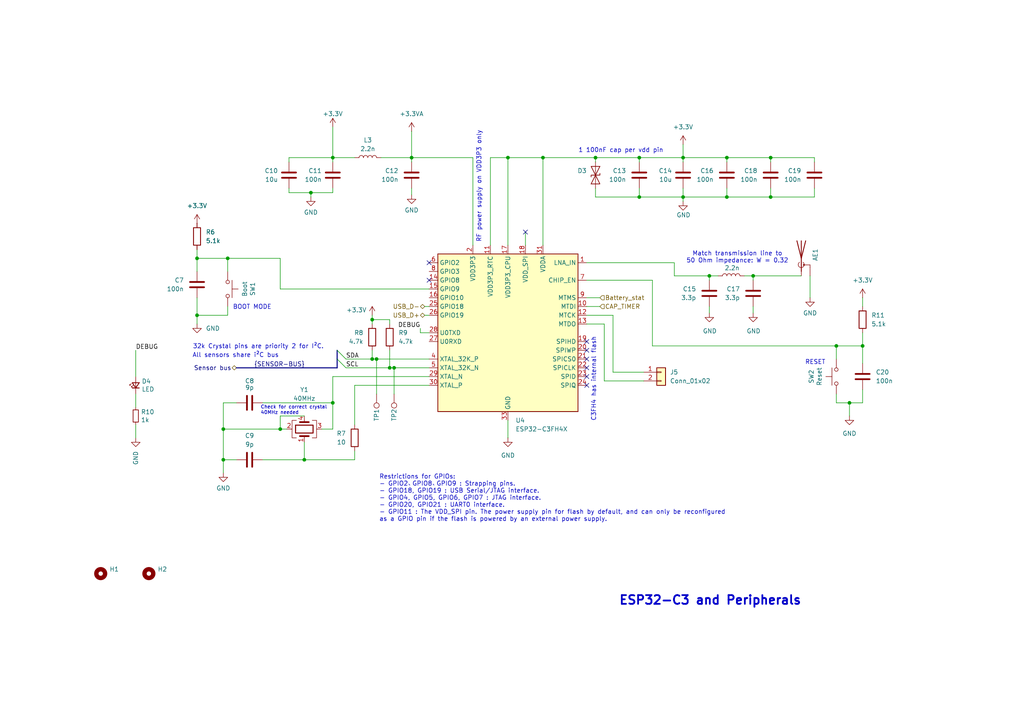
<source format=kicad_sch>
(kicad_sch (version 20231120) (generator "eeschema") (generator_version "8.0")
  (paper "A4")
  (lib_symbols
    (symbol "+3.3V_1" (power) (pin_numbers hide) (pin_names (offset 0) hide)
      (property "Value" "+3.3V" (at 0 3.556 0))
      (symbol "+3.3V_1_0_1"
        (polyline (pts (xy -0.762 1.27) (xy 0 2.54)))
        (polyline (pts (xy 0 0) (xy 0 2.54)))
        (polyline (pts (xy 0 2.54) (xy 0.762 1.27)))
      )
      (symbol "+3.3V_1_1_1"
        (pin power_in line (at 0 0 90) (length 0) (name "~") (number "1"))
      )
    )
    (symbol "+3.3V_2" (power) (pin_numbers hide) (pin_names (offset 0) hide)
      (property "Value" "+3.3V" (at 0 3.556 0))
      (symbol "+3.3V_2_0_1"
        (polyline (pts (xy -0.762 1.27) (xy 0 2.54)))
        (polyline (pts (xy 0 0) (xy 0 2.54)))
        (polyline (pts (xy 0 2.54) (xy 0.762 1.27)))
      )
      (symbol "+3.3V_2_1_1"
        (pin power_in line (at 0 0 90) (length 0) (name "~") (number "1"))
      )
    )
    (symbol "+3.3V_3" (power) (pin_numbers hide) (pin_names (offset 0) hide)
      (property "Value" "+3.3V" (at 0 3.556 0))
      (symbol "+3.3V_3_0_1"
        (polyline (pts (xy -0.762 1.27) (xy 0 2.54)))
        (polyline (pts (xy 0 0) (xy 0 2.54)))
        (polyline (pts (xy 0 2.54) (xy 0.762 1.27)))
      )
      (symbol "+3.3V_3_1_1"
        (pin power_in line (at 0 0 90) (length 0) (name "~") (number "1"))
      )
    )
    (symbol "Connector:TestPoint" (pin_numbers hide) (pin_names (offset 0.762) hide)
      (property "Reference" "TP" (at 0 6.858 0))
      (property "Value" "TestPoint" (at 0 5.08 0))
      (symbol "TestPoint_0_1"
        (circle (center 0 3.302) (radius 0.762))
      )
      (symbol "TestPoint_1_1"
        (pin passive line (at 0 0 90) (length 2.54) (name "1") (number "1"))
      )
    )
    (symbol "Connector_Generic:Conn_01x02" (pin_names (offset 1.016) hide)
      (property "Reference" "J" (at 0 2.54 0))
      (property "Value" "Conn_01x02" (at 0 -5.08 0))
      (symbol "Conn_01x02_1_1"
        (rectangle (start -1.27 -2.413) (end 0 -2.667) (stroke (width 0.1524)))
        (rectangle (start -1.27 0.127) (end 0 -0.127) (stroke (width 0.1524)))
        (rectangle (start -1.27 1.27) (end 1.27 -3.81) (stroke (width 0.254)) (fill (type background)))
        (pin passive line (at -5.08 0 0) (length 3.81) (name "Pin_1") (number "1"))
        (pin passive line (at -5.08 -2.54 0) (length 3.81) (name "Pin_2") (number "2"))
      )
    )
    (symbol "Device:Antenna_Shield" (pin_numbers hide) (pin_names (offset 1.016) hide)
      (property "Reference" "AE" (at -1.905 4.445 0))
      (property "Value" "Antenna_Shield" (at -1.905 2.54 0))
      (symbol "Antenna_Shield_0_1"
        (arc (start -0.508 -1.143) (mid -0.8429 -2.1194) (end 0 -2.667))
        (arc (start 0 -2.667) (mid 0.7989 -2.1052) (end 0.508 -1.143))
        (polyline (pts (xy 0 -2.54) (xy 0 0)))
        (polyline (pts (xy 0 5.08) (xy 0 -3.81)) (stroke (width 0.254)))
        (polyline (pts (xy 0.762 -1.905) (xy 2.54 -1.905)))
        (polyline (pts (xy 2.54 -2.54) (xy 2.54 -1.905)))
        (polyline (pts (xy 1.27 5.08) (xy 0 0) (xy -1.27 5.08)) (stroke (width 0.254)))
        (circle (center 0.762 -1.905) (radius 0.1778) (fill (type outline)))
      )
      (symbol "Antenna_Shield_1_1"
        (pin input line (at 0 -5.08 90) (length 2.54) (name "A") (number "1"))
        (pin input line (at 2.54 -5.08 90) (length 2.54) (name "Shield") (number "2"))
      )
    )
    (symbol "Device:C" (pin_numbers hide) (pin_names (offset 0.254))
      (property "Reference" "C" (at 0.635 2.54 0))
      (property "Value" "C" (at 0.635 -2.54 0))
      (symbol "C_0_1"
        (polyline (pts (xy -2.032 -0.762) (xy 2.032 -0.762)) (stroke (width 0.508)))
        (polyline (pts (xy -2.032 0.762) (xy 2.032 0.762)) (stroke (width 0.508)))
      )
      (symbol "C_1_1"
        (pin passive line (at 0 3.81 270) (length 2.794) (name "~") (number "1"))
        (pin passive line (at 0 -3.81 90) (length 2.794) (name "~") (number "2"))
      )
    )
    (symbol "Device:Crystal_GND23" (pin_names (offset 1.016) hide)
      (property "Reference" "Y" (at 3.175 5.08 0))
      (property "Value" "Crystal_GND23" (at 3.175 3.175 0))
      (symbol "Crystal_GND23_0_1"
        (rectangle (start -1.143 2.54) (end 1.143 -2.54) (stroke (width 0.3048)))
        (polyline (pts (xy -2.54 0) (xy -2.032 0)))
        (polyline (pts (xy -2.032 -1.27) (xy -2.032 1.27)) (stroke (width 0.508)))
        (polyline (pts (xy 0 -3.81) (xy 0 -3.556)))
        (polyline (pts (xy 0 3.556) (xy 0 3.81)))
        (polyline (pts (xy 2.032 -1.27) (xy 2.032 1.27)) (stroke (width 0.508)))
        (polyline (pts (xy 2.032 0) (xy 2.54 0)))
        (polyline (pts (xy -2.54 -2.286) (xy -2.54 -3.556) (xy 2.54 -3.556) (xy 2.54 -2.286)))
        (polyline (pts (xy -2.54 2.286) (xy -2.54 3.556) (xy 2.54 3.556) (xy 2.54 2.286)))
      )
      (symbol "Crystal_GND23_1_1"
        (pin passive line (at -3.81 0 0) (length 1.27) (name "1") (number "1"))
        (pin passive line (at 0 5.08 270) (length 1.27) (name "2") (number "2"))
        (pin passive line (at 0 -5.08 90) (length 1.27) (name "3") (number "3"))
        (pin passive line (at 3.81 0 180) (length 1.27) (name "4") (number "4"))
      )
    )
    (symbol "Device:L" (pin_numbers hide) (pin_names (offset 1.016) hide)
      (property "Reference" "L" (at -1.27 0 90))
      (property "Value" "L" (at 1.905 0 90))
      (symbol "L_0_1"
        (arc (start 0 -2.54) (mid 0.6323 -1.905) (end 0 -1.27))
        (arc (start 0 -1.27) (mid 0.6323 -0.635) (end 0 0))
        (arc (start 0 0) (mid 0.6323 0.635) (end 0 1.27))
        (arc (start 0 1.27) (mid 0.6323 1.905) (end 0 2.54))
      )
      (symbol "L_1_1"
        (pin passive line (at 0 3.81 270) (length 1.27) (name "1") (number "1"))
        (pin passive line (at 0 -3.81 90) (length 1.27) (name "2") (number "2"))
      )
    )
    (symbol "Device:LED_Small" (pin_numbers hide) (pin_names (offset 0.254) hide)
      (property "Reference" "D" (at -1.27 3.175 0))
      (property "Value" "LED_Small" (at -4.445 -2.54 0))
      (symbol "LED_Small_0_1"
        (polyline (pts (xy -0.762 -1.016) (xy -0.762 1.016)) (stroke (width 0.254)))
        (polyline (pts (xy 1.016 0) (xy -0.762 0)))
        (polyline (pts (xy 0.762 -1.016) (xy -0.762 0) (xy 0.762 1.016) (xy 0.762 -1.016)) (stroke (width 0.254)))
        (polyline (pts (xy 0 0.762) (xy -0.508 1.27) (xy -0.254 1.27) (xy -0.508 1.27) (xy -0.508 1.016)))
        (polyline (pts (xy 0.508 1.27) (xy 0 1.778) (xy 0.254 1.778) (xy 0 1.778) (xy 0 1.524)))
      )
      (symbol "LED_Small_1_1"
        (pin passive line (at -2.54 0 0) (length 1.778) (name "K") (number "1"))
        (pin passive line (at 2.54 0 180) (length 1.778) (name "A") (number "2"))
      )
    )
    (symbol "Device:R" (pin_numbers hide) (pin_names (offset 0))
      (property "Reference" "R" (at 2.032 0 90))
      (property "Value" "R" (at 0 0 90))
      (symbol "R_0_1"
        (rectangle (start -1.016 -2.54) (end 1.016 2.54) (stroke (width 0.254)))
      )
      (symbol "R_1_1"
        (pin passive line (at 0 3.81 270) (length 1.27) (name "~") (number "1"))
        (pin passive line (at 0 -3.81 90) (length 1.27) (name "~") (number "2"))
      )
    )
    (symbol "Device:R_Small" (pin_numbers hide) (pin_names (offset 0.254) hide)
      (property "Reference" "R" (at 0.762 0.508 0))
      (property "Value" "R_Small" (at 0.762 -1.016 0))
      (symbol "R_Small_0_1"
        (rectangle (start -0.762 1.778) (end 0.762 -1.778) (stroke (width 0.2032)))
      )
      (symbol "R_Small_1_1"
        (pin passive line (at 0 2.54 270) (length 0.762) (name "~") (number "1"))
        (pin passive line (at 0 -2.54 90) (length 0.762) (name "~") (number "2"))
      )
    )
    (symbol "Diode:SZESD9B5.0ST5G" (pin_numbers hide) (pin_names (offset 1.016) hide)
      (property "Reference" "D" (at 0 2.54 0))
      (property "Value" "SZESD9B5.0ST5G" (at 0 -2.54 0))
      (symbol "SZESD9B5.0ST5G_0_1"
        (polyline (pts (xy 1.27 0) (xy -1.27 0)))
        (polyline (pts (xy -2.54 -1.27) (xy 0 0) (xy -2.54 1.27) (xy -2.54 -1.27)) (stroke (width 0.2032)))
        (polyline (pts (xy 0.508 1.27) (xy 0 1.27) (xy 0 -1.27) (xy -0.508 -1.27)) (stroke (width 0.2032)))
        (polyline (pts (xy 2.54 1.27) (xy 2.54 -1.27) (xy 0 0) (xy 2.54 1.27)) (stroke (width 0.2032)))
      )
      (symbol "SZESD9B5.0ST5G_1_1"
        (pin passive line (at -3.81 0 0) (length 2.54) (name "A1") (number "1"))
        (pin passive line (at 3.81 0 180) (length 2.54) (name "A2") (number "2"))
      )
    )
    (symbol "GND_1" (power) (pin_numbers hide) (pin_names (offset 0) hide)
      (property "Value" "GND" (at 0 -3.81 0))
      (symbol "GND_1_0_1"
        (polyline (pts (xy 0 0) (xy 0 -1.27) (xy 1.27 -1.27) (xy 0 -2.54) (xy -1.27 -1.27) (xy 0 -1.27)))
      )
      (symbol "GND_1_1_1"
        (pin power_in line (at 0 0 270) (length 0) (name "~") (number "1"))
      )
    )
    (symbol "MCU_Espressif:ESP32-C3"
      (property "Reference" "U" (at -17.272 23.876 0))
      (property "Value" "ESP32-C3" (at 16.256 23.876 0))
      (symbol "ESP32-C3_1_1"
        (rectangle (start -20.32 22.86) (end 20.32 -22.86) (stroke (width 0.254)) (fill (type background)))
        (pin bidirectional line (at 22.86 20.32 180) (length 2.54) (name "LNA_IN") (number "1"))
        (pin bidirectional line (at 22.86 7.62 180) (length 2.54) (name "MTDI") (number "10"))
        (pin power_in line (at -5.08 25.4 270) (length 2.54) (name "VDD3P3_RTC") (number "11"))
        (pin bidirectional line (at 22.86 5.08 180) (length 2.54) (name "MTCK") (number "12"))
        (pin bidirectional line (at 22.86 2.54 180) (length 2.54) (name "MTDO") (number "13"))
        (pin bidirectional line (at -22.86 15.24 0) (length 2.54) (name "GPIO8") (number "14"))
        (pin bidirectional line (at -22.86 12.7 0) (length 2.54) (name "GPIO9") (number "15"))
        (pin bidirectional line (at -22.86 10.16 0) (length 2.54) (name "GPIO10") (number "16"))
        (pin power_in line (at 0 25.4 270) (length 2.54) (name "VDD3P3_CPU") (number "17"))
        (pin power_out line (at 5.08 25.4 270) (length 2.54) (name "VDD_SPI") (number "18"))
        (pin bidirectional line (at 22.86 -2.54 180) (length 2.54) (name "SPIHD") (number "19"))
        (pin power_in line (at -10.16 25.4 270) (length 2.54) (name "VDD3P3") (number "2"))
        (pin bidirectional line (at 22.86 -5.08 180) (length 2.54) (name "SPIWP") (number "20"))
        (pin bidirectional line (at 22.86 -7.62 180) (length 2.54) (name "SPICS0") (number "21"))
        (pin bidirectional line (at 22.86 -10.16 180) (length 2.54) (name "SPICLK") (number "22"))
        (pin bidirectional line (at 22.86 -12.7 180) (length 2.54) (name "SPID") (number "23"))
        (pin bidirectional line (at 22.86 -15.24 180) (length 2.54) (name "SPIQ") (number "24"))
        (pin bidirectional line (at -22.86 7.62 0) (length 2.54) (name "GPIO18") (number "25"))
        (pin bidirectional line (at -22.86 5.08 0) (length 2.54) (name "GPIO19") (number "26"))
        (pin bidirectional line (at -22.86 -2.54 0) (length 2.54) (name "U0RXD") (number "27"))
        (pin bidirectional line (at -22.86 0 0) (length 2.54) (name "U0TXD") (number "28"))
        (pin bidirectional line (at -22.86 -12.7 0) (length 2.54) (name "XTAL_N") (number "29"))
        (pin passive line (at -10.16 25.4 270) (length 2.54) hide (name "VDD3P3") (number "3"))
        (pin bidirectional line (at -22.86 -15.24 0) (length 2.54) (name "XTAL_P") (number "30"))
        (pin power_in line (at 10.16 25.4 270) (length 2.54) (name "VDDA") (number "31"))
        (pin passive line (at 10.16 25.4 270) (length 2.54) hide (name "VDDA") (number "32"))
        (pin power_in line (at 0 -25.4 90) (length 2.54) (name "GND") (number "33"))
        (pin bidirectional line (at -22.86 -7.62 0) (length 2.54) (name "XTAL_32K_P") (number "4"))
        (pin bidirectional line (at -22.86 -10.16 0) (length 2.54) (name "XTAL_32K_N") (number "5"))
        (pin bidirectional line (at -22.86 20.32 0) (length 2.54) (name "GPIO2") (number "6"))
        (pin bidirectional line (at 22.86 15.24 180) (length 2.54) (name "CHIP_EN") (number "7"))
        (pin bidirectional line (at -22.86 17.78 0) (length 2.54) (name "GPIO3") (number "8"))
        (pin bidirectional line (at 22.86 10.16 180) (length 2.54) (name "MTMS") (number "9"))
      )
    )
    (symbol "Mechanical:MountingHole" (pin_names (offset 1.016)) (exclude_from_sim yes) (in_bom no)
      (property "Reference" "H" (at 0 5.08 0))
      (property "Value" "MountingHole" (at 0 3.175 0))
      (symbol "MountingHole_0_1"
        (circle (center 0 0) (radius 1.27) (stroke (width 1.27)))
      )
    )
    (symbol "Switch:SW_Push" (pin_numbers hide) (pin_names (offset 1.016) hide)
      (property "Reference" "SW" (at 1.27 2.54 0))
      (property "Value" "SW_Push" (at 0 -1.524 0))
      (symbol "SW_Push_0_1"
        (circle (center -2.032 0) (radius 0.508))
        (polyline (pts (xy 0 1.27) (xy 0 3.048)))
        (polyline (pts (xy 2.54 1.27) (xy -2.54 1.27)))
        (circle (center 2.032 0) (radius 0.508))
        (pin passive line (at -5.08 0 0) (length 2.54) (name "1") (number "1"))
        (pin passive line (at 5.08 0 180) (length 2.54) (name "2") (number "2"))
      )
    )
    (symbol "power:+3.3V" (power) (pin_names (offset 0))
      (property "Value" "+3.3V" (at 0 3.556 0))
      (symbol "+3.3V_0_1"
        (polyline (pts (xy -0.762 1.27) (xy 0 2.54)))
        (polyline (pts (xy 0 0) (xy 0 2.54)))
        (polyline (pts (xy 0 2.54) (xy 0.762 1.27)))
      )
      (symbol "+3.3V_1_1"
        (pin power_in line (at 0 0 90) (length 0) hide (name "+3.3V") (number "1"))
      )
    )
    (symbol "power:+3.3VA" (power) (pin_numbers hide) (pin_names (offset 0) hide)
      (property "Value" "+3.3VA" (at 0 3.556 0))
      (symbol "+3.3VA_0_1"
        (polyline (pts (xy -0.762 1.27) (xy 0 2.54)))
        (polyline (pts (xy 0 0) (xy 0 2.54)))
        (polyline (pts (xy 0 2.54) (xy 0.762 1.27)))
      )
      (symbol "+3.3VA_1_1"
        (pin power_in line (at 0 0 90) (length 0) (name "~") (number "1"))
      )
    )
    (symbol "power:GND" (power) (pin_names (offset 0))
      (property "Value" "GND" (at 0 -3.81 0))
      (symbol "GND_0_1"
        (polyline (pts (xy 0 0) (xy 0 -1.27) (xy 1.27 -1.27) (xy 0 -2.54) (xy -1.27 -1.27) (xy 0 -1.27)))
      )
      (symbol "GND_1_1"
        (pin power_in line (at 0 0 270) (length 0) hide (name "GND") (number "1"))
      )
    )
  )
  (bus_alias "FLASH-SPI" (members "CS_" "CLK" "DI" "DO" "IO2" "IO3"))
  (bus_alias "SENSOR-BUS" (members "SCL" "SDA"))
  (junction (at 107.95 92.71))
  (junction (at 223.52 45.72))
  (junction (at 107.95 104.14))
  (junction (at 64.77 133.35))
  (junction (at 198.12 57.15))
  (junction (at 114.3 106.68))
  (junction (at 242.57 100.33))
  (junction (at 250.19 100.33))
  (junction (at 246.38 116.84))
  (junction (at 185.42 57.15))
  (junction (at 90.17 55.88))
  (junction (at 96.52 116.84))
  (junction (at 57.15 91.44))
  (junction (at 172.72 45.72))
  (junction (at 113.03 106.68))
  (junction (at 109.22 104.14))
  (junction (at 57.15 74.93))
  (junction (at 218.44 80.01))
  (junction (at 81.28 124.46))
  (junction (at 147.32 45.72))
  (junction (at 198.12 45.72))
  (junction (at 223.52 57.15))
  (junction (at 205.74 80.01))
  (junction (at 96.52 45.72))
  (junction (at 119.38 45.72))
  (junction (at 88.265 133.35))
  (junction (at 157.48 45.72))
  (junction (at 210.82 57.15))
  (junction (at 66.04 74.93))
  (junction (at 64.77 124.46))
  (junction (at 210.82 45.72))
  (junction (at 185.42 45.72))
  (no_connect (at 170.18 109.22))
  (no_connect (at 124.46 76.2))
  (no_connect (at 170.18 111.76))
  (no_connect (at 170.18 104.14))
  (no_connect (at 170.18 101.6))
  (no_connect (at 124.46 81.28))
  (no_connect (at 152.4 67.31))
  (no_connect (at 170.18 99.06))
  (no_connect (at 170.18 106.68))
  (bus_entry (at 97.79 104.14) (size 2.54 2.54))
  (bus_entry (at 97.79 101.6) (size 2.54 2.54))
  (wire (pts (xy 236.22 57.15) (xy 236.22 54.61)))
  (wire (pts (xy 83.82 45.72) (xy 96.52 45.72)))
  (wire (pts (xy 218.44 88.9) (xy 218.44 90.805)))
  (wire (pts (xy 107.95 91.44) (xy 107.95 92.71)))
  (wire (pts (xy 223.52 54.61) (xy 223.52 57.15)))
  (wire (pts (xy 250.19 105.41) (xy 250.19 100.33)))
  (wire (pts (xy 57.15 86.36) (xy 57.15 91.44)))
  (wire (pts (xy 39.37 123.19) (xy 39.37 127)))
  (wire (pts (xy 195.58 80.01) (xy 205.74 80.01)))
  (wire (pts (xy 102.87 111.76) (xy 124.46 111.76)))
  (wire (pts (xy 88.265 120.65) (xy 81.28 120.65)))
  (wire (pts (xy 81.28 124.46) (xy 83.185 124.46)))
  (wire (pts (xy 218.44 81.28) (xy 218.44 80.01)))
  (wire (pts (xy 88.265 133.35) (xy 102.87 133.35)))
  (wire (pts (xy 66.04 91.44) (xy 57.15 91.44)))
  (wire (pts (xy 96.52 124.46) (xy 96.52 116.84)))
  (wire (pts (xy 66.04 74.93) (xy 66.04 78.74)))
  (wire (pts (xy 100.33 104.14) (xy 107.95 104.14)))
  (wire (pts (xy 81.28 74.93) (xy 66.04 74.93)))
  (wire (pts (xy 102.87 123.19) (xy 102.87 111.76)))
  (wire (pts (xy 173.99 88.9) (xy 170.18 88.9)))
  (bus (pts (xy 97.79 104.14) (xy 97.79 106.68)))
  (wire (pts (xy 81.28 74.93) (xy 81.28 83.82)))
  (wire (pts (xy 170.18 81.28) (xy 189.23 81.28)))
  (wire (pts (xy 64.77 124.46) (xy 64.77 116.84)))
  (wire (pts (xy 195.58 76.2) (xy 195.58 80.01)))
  (wire (pts (xy 57.15 74.93) (xy 66.04 74.93)))
  (wire (pts (xy 250.19 113.03) (xy 250.19 116.84)))
  (wire (pts (xy 100.33 106.68) (xy 113.03 106.68)))
  (wire (pts (xy 170.18 76.2) (xy 195.58 76.2)))
  (wire (pts (xy 39.37 101.6) (xy 39.37 109.22)))
  (wire (pts (xy 88.265 128.27) (xy 88.265 133.35)))
  (wire (pts (xy 246.38 116.84) (xy 242.57 116.84)))
  (wire (pts (xy 96.52 55.88) (xy 90.17 55.88)))
  (wire (pts (xy 90.17 57.15) (xy 90.17 55.88)))
  (wire (pts (xy 142.24 71.12) (xy 142.24 45.72)))
  (wire (pts (xy 250.19 96.52) (xy 250.19 100.33)))
  (wire (pts (xy 173.99 86.36) (xy 170.18 86.36)))
  (wire (pts (xy 198.12 54.61) (xy 198.12 57.15)))
  (wire (pts (xy 172.72 54.61) (xy 172.72 57.15)))
  (wire (pts (xy 64.77 133.35) (xy 64.77 124.46)))
  (wire (pts (xy 83.82 54.61) (xy 83.82 55.88)))
  (wire (pts (xy 147.32 45.72) (xy 147.32 71.12)))
  (wire (pts (xy 210.82 57.15) (xy 223.52 57.15)))
  (wire (pts (xy 205.74 80.01) (xy 208.28 80.01)))
  (wire (pts (xy 177.8 107.95) (xy 186.69 107.95)))
  (wire (pts (xy 64.77 124.46) (xy 81.28 124.46)))
  (wire (pts (xy 147.32 45.72) (xy 157.48 45.72)))
  (wire (pts (xy 205.74 81.28) (xy 205.74 80.01)))
  (wire (pts (xy 96.52 55.88) (xy 96.52 54.61)))
  (wire (pts (xy 137.16 45.72) (xy 119.38 45.72)))
  (wire (pts (xy 172.72 57.15) (xy 185.42 57.15)))
  (wire (pts (xy 114.3 106.68) (xy 114.3 114.3)))
  (wire (pts (xy 121.92 96.52) (xy 121.92 95.25)))
  (wire (pts (xy 198.12 45.72) (xy 198.12 46.99)))
  (wire (pts (xy 205.74 88.9) (xy 205.74 90.805)))
  (wire (pts (xy 102.87 130.81) (xy 102.87 133.35)))
  (wire (pts (xy 189.23 81.28) (xy 189.23 100.33)))
  (wire (pts (xy 210.82 45.72) (xy 198.12 45.72)))
  (wire (pts (xy 223.52 45.72) (xy 210.82 45.72)))
  (bus (pts (xy 68.58 106.68) (xy 97.79 106.68)))
  (wire (pts (xy 185.42 54.61) (xy 185.42 57.15)))
  (wire (pts (xy 107.95 101.6) (xy 107.95 104.14)))
  (wire (pts (xy 210.82 54.61) (xy 210.82 57.15)))
  (wire (pts (xy 109.22 104.14) (xy 124.46 104.14)))
  (wire (pts (xy 250.19 116.84) (xy 246.38 116.84)))
  (wire (pts (xy 39.37 114.3) (xy 39.37 118.11)))
  (wire (pts (xy 109.22 104.14) (xy 107.95 104.14)))
  (wire (pts (xy 123.19 88.9) (xy 124.46 88.9)))
  (wire (pts (xy 76.2 133.35) (xy 88.265 133.35)))
  (wire (pts (xy 107.95 92.71) (xy 113.03 92.71)))
  (wire (pts (xy 198.12 57.15) (xy 210.82 57.15)))
  (wire (pts (xy 119.38 38.1) (xy 119.38 45.72)))
  (wire (pts (xy 57.15 93.98) (xy 57.15 91.44)))
  (wire (pts (xy 210.82 45.72) (xy 210.82 46.99)))
  (wire (pts (xy 124.46 109.22) (xy 96.52 109.22)))
  (wire (pts (xy 109.22 104.14) (xy 109.22 114.3)))
  (wire (pts (xy 218.44 80.01) (xy 215.9 80.01)))
  (wire (pts (xy 234.95 80.01) (xy 234.95 86.36)))
  (wire (pts (xy 223.52 57.15) (xy 236.22 57.15)))
  (wire (pts (xy 119.38 45.72) (xy 119.38 46.99)))
  (wire (pts (xy 232.41 80.01) (xy 218.44 80.01)))
  (wire (pts (xy 189.23 100.33) (xy 242.57 100.33)))
  (wire (pts (xy 236.22 45.72) (xy 223.52 45.72)))
  (wire (pts (xy 113.03 92.71) (xy 113.03 93.98)))
  (wire (pts (xy 175.26 93.98) (xy 175.26 110.49)))
  (wire (pts (xy 110.49 45.72) (xy 119.38 45.72)))
  (wire (pts (xy 90.17 55.88) (xy 83.82 55.88)))
  (wire (pts (xy 68.58 133.35) (xy 64.77 133.35)))
  (wire (pts (xy 147.32 121.92) (xy 147.32 127)))
  (wire (pts (xy 242.57 100.33) (xy 250.19 100.33)))
  (wire (pts (xy 64.77 116.84) (xy 68.58 116.84)))
  (wire (pts (xy 113.03 101.6) (xy 113.03 106.68)))
  (wire (pts (xy 114.3 106.68) (xy 124.46 106.68)))
  (wire (pts (xy 96.52 45.72) (xy 102.87 45.72)))
  (wire (pts (xy 172.72 45.72) (xy 185.42 45.72)))
  (wire (pts (xy 107.95 92.71) (xy 107.95 93.98)))
  (wire (pts (xy 113.03 106.68) (xy 114.3 106.68)))
  (wire (pts (xy 76.2 116.84) (xy 96.52 116.84)))
  (wire (pts (xy 170.18 93.98) (xy 175.26 93.98)))
  (wire (pts (xy 142.24 45.72) (xy 147.32 45.72)))
  (wire (pts (xy 242.57 114.3) (xy 242.57 116.84)))
  (wire (pts (xy 172.72 45.72) (xy 172.72 46.99)))
  (wire (pts (xy 185.42 45.72) (xy 185.42 46.99)))
  (wire (pts (xy 157.48 45.72) (xy 157.48 71.12)))
  (wire (pts (xy 157.48 45.72) (xy 172.72 45.72)))
  (wire (pts (xy 83.82 45.72) (xy 83.82 46.99)))
  (wire (pts (xy 96.52 109.22) (xy 96.52 116.84)))
  (wire (pts (xy 119.38 54.61) (xy 119.38 56.515)))
  (wire (pts (xy 198.12 45.72) (xy 185.42 45.72)))
  (wire (pts (xy 242.57 100.33) (xy 242.57 104.14)))
  (wire (pts (xy 236.22 46.99) (xy 236.22 45.72)))
  (wire (pts (xy 152.4 67.31) (xy 152.4 71.12)))
  (wire (pts (xy 175.26 110.49) (xy 186.69 110.49)))
  (wire (pts (xy 81.28 83.82) (xy 124.46 83.82)))
  (wire (pts (xy 223.52 46.99) (xy 223.52 45.72)))
  (wire (pts (xy 93.345 124.46) (xy 96.52 124.46)))
  (wire (pts (xy 170.18 91.44) (xy 177.8 91.44)))
  (wire (pts (xy 57.15 72.39) (xy 57.15 74.93)))
  (wire (pts (xy 96.52 36.83) (xy 96.52 45.72)))
  (wire (pts (xy 246.38 116.84) (xy 246.38 120.65)))
  (wire (pts (xy 66.04 88.9) (xy 66.04 91.44)))
  (wire (pts (xy 96.52 46.99) (xy 96.52 45.72)))
  (wire (pts (xy 64.77 137.16) (xy 64.77 133.35)))
  (bus (pts (xy 97.79 101.6) (xy 97.79 104.14)))
  (wire (pts (xy 137.16 71.12) (xy 137.16 45.72)))
  (wire (pts (xy 123.19 91.44) (xy 124.46 91.44)))
  (wire (pts (xy 124.46 96.52) (xy 121.92 96.52)))
  (wire (pts (xy 198.12 41.91) (xy 198.12 45.72)))
  (wire (pts (xy 198.12 57.15) (xy 198.12 58.42)))
  (wire (pts (xy 250.19 86.36) (xy 250.19 88.9)))
  (wire (pts (xy 57.15 74.93) (xy 57.15 78.74)))
  (wire (pts (xy 81.28 120.65) (xy 81.28 124.46)))
  (wire (pts (xy 185.42 57.15) (xy 198.12 57.15)))
  (wire (pts (xy 177.8 91.44) (xy 177.8 107.95)))
  (text "Match transmission line to\n50 Ohm impedance: W = 0.32" (at 213.868 74.676 0) (effects (font (size 1.27 1.27))))
  (text "32k Crystal pins are priority 2 for I²C." (at 74.93 100.584 0) (effects (font (size 1.27 1.27))))
  (text "RESET" (at 236.474 105.156 0) (effects (font (size 1.27 1.27))))
  (text "ESP32-C3 and Peripherals" (at 205.994 174.244 0) (effects (font (size 2.54 2.54) (thickness 0.508) (bold yes))))
  (text "BOOT MODE" (at 73.152 89.154 0) (effects (font (size 1.27 1.27))))
  (text "RF power supply on VDD3P3 only" (at 138.938 54.102 90) (effects (font (size 1.27 1.27))))
  (text "C3FH4 has internal flash" (at 172.212 109.982 90) (effects (font (size 1.27 1.27))))
  (text "All sensors share i²C bus " (at 68.834 103.124 0) (effects (font (size 1.27 1.27))))
  (text "Check for correct crystal\n40MHz needed" (at 75.565 120.396 0) (effects (font (size 1 1)) (justify left bottom)))
  (text "1 100nF cap per vdd pin" (at 180.086 43.688 0) (effects (font (size 1.27 1.27))))
  (text "Restrictions for GPIOs:\n- GPIO2、GPIO8、GPIO9 : Strapping pins.\n- GPIO18, GPIO19 : USB Serial/JTAG interface.\n- GPIO4, GPIO5, GPIO6, GPIO7 : JTAG interface.\n- GPIO20, GPIO21 : UART0 interface.\n- GPIO11 : The VDD_SPI pin. The power supply pin for flash by default, and can only be reconfigured\nas a GPIO pin if the flash is powered by an external power supply." (at 109.982 144.526 0) (effects (font (size 1.27 1.27)) (justify left)))
  (label "SCL" (at 100.33 106.68 0))
  (label "DEBUG" (at 121.92 95.25 180))
  (label "DEBUG" (at 39.37 101.6 0))
  (label "SDA" (at 100.33 104.14 0))
  (label "{SENSOR-BUS}" (at 73.66 106.68 0))
  (hierarchical_label "Battery_stat" (shape input) (at 173.99 86.36 0))
  (hierarchical_label "CAP_TIMER" (shape input) (at 173.99 88.9 0))
  (hierarchical_label "USB_D-" (shape bidirectional) (at 123.19 88.9 180))
  (hierarchical_label "Sensor bus" (shape bidirectional) (at 68.58 106.68 180))
  (hierarchical_label "USB_D+" (shape bidirectional) (at 123.19 91.44 180))
  (symbol (lib_id "Device:R") (at 102.87 127 0) (mirror y) (unit 1)
    (property "Reference" "R7" (at 100.33 125.73 0) (effects (justify left)))
    (property "Value" "10" (at 100.33 128.27 0) (effects (justify left)))
    (property "Footprint" "Resistor_SMD:R_0402_1005Metric" (effects (hide yes)))
  )
  (symbol (lib_id "power:GND") (at 119.38 56.515 0) (mirror y) (unit 1)
    (property "Reference" "#PWR029" (effects (hide yes)))
    (property "Value" "GND" (at 119.38 60.96 0))
  )
  (symbol (lib_id "Device:R_Small") (at 39.37 120.65 0) (unit 1)
    (property "Reference" "R10" (at 40.8686 119.4816 0) (effects (justify left)))
    (property "Value" "1k" (at 40.8686 121.793 0) (effects (justify left)))
    (property "Footprint" "Resistor_SMD:R_0402_1005Metric" (effects (hide yes)))
    (property "LCSC" "C163928" (effects (hide yes)))
  )
  (symbol (lib_id "Device:C") (at 205.74 85.09 0) (mirror y) (unit 1)
    (property "Reference" "C15" (at 201.93 83.82 0) (effects (justify left)))
    (property "Value" "3.3p" (at 201.93 86.36 0) (effects (justify left)))
    (property "Footprint" "Capacitor_SMD:C_0402_1005Metric" (effects (hide yes)))
  )
  (symbol (lib_name "+3.3V_1") (lib_id "power:+3.3V") (at 250.19 86.36 0) (unit 1)
    (property "Reference" "#PWR038" (effects (hide yes)))
    (property "Value" "+3.3V" (at 250.19 81.28 0))
    (property "Description" "Power symbol creates a global label with name \"+3.3V\"" (effects (hide yes)))
  )
  (symbol (lib_id "Device:C") (at 198.12 50.8 0) (mirror y) (unit 1)
    (property "Reference" "C14" (at 194.945 49.53 0) (effects (justify left)))
    (property "Value" "10u" (at 194.945 52.07 0) (effects (justify left)))
    (property "Footprint" "Capacitor_SMD:C_0603_1608Metric" (effects (hide yes)))
  )
  (symbol (lib_id "Device:C") (at 72.39 133.35 90) (unit 1)
    (property "Reference" "C9" (at 72.39 126.365 90))
    (property "Value" "9p" (at 72.39 128.905 90))
    (property "Footprint" "Capacitor_SMD:C_0402_1005Metric" (effects (hide yes)))
  )
  (symbol (lib_id "Device:C") (at 236.22 50.8 0) (mirror y) (unit 1)
    (property "Reference" "C19" (at 232.41 49.53 0) (effects (justify left)))
    (property "Value" "100n" (at 232.41 52.07 0) (effects (justify left)))
    (property "Footprint" "Capacitor_SMD:C_0402_1005Metric" (effects (hide yes)))
  )
  (symbol (lib_id "Device:C") (at 185.42 50.8 0) (mirror y) (unit 1)
    (property "Reference" "C13" (at 181.61 49.53 0) (effects (justify left)))
    (property "Value" "100n" (at 181.61 52.07 0) (effects (justify left)))
    (property "Footprint" "Capacitor_SMD:C_0402_1005Metric" (effects (hide yes)))
  )
  (symbol (lib_id "Device:Antenna_Shield") (at 232.41 74.93 0) (unit 1)
    (property "Reference" "AE1" (at 236.474 73.914 90))
    (property "Value" "Antenna_Shield" (effects (hide yes)))
    (property "Footprint" "RF_Antenna:Texas_SWRA117D_2.4GHz_Right" (effects (hide yes)))
    (property "Description" "Antenna with extra pin for shielding" (effects (hide yes)))
  )
  (symbol (lib_id "Device:C") (at 96.52 50.8 0) (mirror y) (unit 1)
    (property "Reference" "C11" (at 93.345 49.53 0) (effects (justify left)))
    (property "Value" "100n" (at 93.345 52.07 0) (effects (justify left)))
    (property "Footprint" "Capacitor_SMD:C_0402_1005Metric" (effects (hide yes)))
  )
  (symbol (lib_id "Switch:SW_Push") (at 242.57 109.22 90) (mirror x) (unit 1)
    (property "Reference" "SW2" (at 235.331 109.22 0))
    (property "Value" "Reset" (at 237.6424 109.22 0))
    (property "Footprint" "Button_Switch_SMD:SW_Push_SPST_NO_Alps_SKRK" (effects (hide yes)))
    (property "LCSC" "C115357" (effects (hide yes)))
  )
  (symbol (lib_id "Diode:SZESD9B5.0ST5G") (at 172.72 50.8 270) (mirror x) (unit 1)
    (property "Reference" "D3" (at 170.18 49.5299 90) (effects (justify right)))
    (property "Value" "SZESD9B5.0ST5G" (effects (hide yes)))
    (property "Footprint" "Diode_SMD:D_SOD-923" (effects (hide yes)))
    (property "Datasheet" "https://www.onsemi.com/pub/Collateral/ESD9B-D.PDF" (effects (hide yes)))
    (property "Description" "ESD protection diode, 5.0Vrwm, SOD-923" (effects (hide yes)))
  )
  (symbol (lib_id "Device:R") (at 250.19 92.71 0) (unit 1)
    (property "Reference" "R11" (at 252.73 91.4399 0) (effects (justify left)))
    (property "Value" "5.1k" (at 252.73 93.9799 0) (effects (justify left)))
    (property "Footprint" "Resistor_SMD:R_0402_1005Metric" (effects (hide yes)))
    (property "Description" "Resistor" (effects (hide yes)))
  )
  (symbol (lib_id "Device:Crystal_GND23") (at 88.265 124.46 90) (unit 1)
    (property "Reference" "Y1" (at 88.265 113.03 90))
    (property "Value" "40MHz" (at 88.265 115.57 90))
    (property "Footprint" "Crystal:Crystal_SMD_3225-4Pin_3.2x2.5mm" (effects (hide yes)))
  )
  (symbol (lib_id "power:GND") (at 39.37 127 0) (unit 1)
    (property "Reference" "#PWR034" (effects (hide yes)))
    (property "Value" "GND" (at 39.3701 130.81 90) (effects (justify right)))
  )
  (symbol (lib_id "Mechanical:MountingHole") (at 29.21 166.37 0) (unit 1) (exclude_from_sim yes) (in_bom no)
    (property "Reference" "H1" (at 31.75 165.0999 0) (effects (justify left)))
    (property "Value" "MountingHole" (effects (hide yes)))
    (property "Footprint" "MountingHole:MountingHole_2.2mm_M2_DIN965_Pad" (effects (hide yes)))
    (property "Description" "Mounting Hole without connection" (effects (hide yes)))
  )
  (symbol (lib_id "power:+3.3VA") (at 119.38 38.1 0) (mirror y) (unit 1)
    (property "Reference" "#PWR028" (effects (hide yes)))
    (property "Value" "+3.3VA" (at 119.38 33.02 0))
    (property "Description" "Power symbol creates a global label with name \"+3.3VA\"" (effects (hide yes)))
  )
  (symbol (lib_id "power:GND") (at 234.95 86.36 0) (mirror y) (unit 1)
    (property "Reference" "#PWR036" (effects (hide yes)))
    (property "Value" "GND" (at 234.95 90.805 0))
  )
  (symbol (lib_id "Device:C") (at 250.19 109.22 0) (unit 1)
    (property "Reference" "C20" (at 254 107.9499 0) (effects (justify left)))
    (property "Value" "100n" (at 254 110.4899 0) (effects (justify left)))
    (property "Footprint" "Capacitor_SMD:C_0402_1005Metric" (effects (hide yes)))
  )
  (symbol (lib_id "Switch:SW_Push") (at 66.04 83.82 270) (unit 1)
    (property "Reference" "SW1" (at 73.279 83.82 0))
    (property "Value" "Boot" (at 70.9676 83.82 0))
    (property "Footprint" "Button_Switch_SMD:SW_Push_SPST_NO_Alps_SKRK" (effects (hide yes)))
    (property "LCSC" "C115357" (effects (hide yes)))
  )
  (symbol (lib_id "Device:R") (at 113.03 97.79 0) (unit 1)
    (property "Reference" "R9" (at 115.57 96.5199 0) (effects (justify left)))
    (property "Value" "4.7k" (at 115.57 99.0599 0) (effects (justify left)))
    (property "Footprint" "Resistor_SMD:R_0402_1005Metric" (effects (hide yes)))
    (property "Description" "Resistor" (effects (hide yes)))
  )
  (symbol (lib_id "power:GND") (at 246.38 120.65 0) (unit 1)
    (property "Reference" "#PWR037" (effects (hide yes)))
    (property "Value" "GND" (at 246.38 125.73 0))
  )
  (symbol (lib_name "+3.3V_3") (lib_id "power:+3.3V") (at 107.95 91.44 0) (unit 1)
    (property "Reference" "#PWR027" (effects (hide yes)))
    (property "Value" "+3.3V" (at 103.378 89.916 0))
    (property "Description" "Power symbol creates a global label with name \"+3.3V\"" (effects (hide yes)))
  )
  (symbol (lib_id "power:GND") (at 57.15 93.98 0) (mirror y) (unit 1)
    (property "Reference" "#PWR023" (effects (hide yes)))
    (property "Value" "GND" (at 59.69 95.2499 0) (effects (justify right)))
  )
  (symbol (lib_id "Device:C") (at 223.52 50.8 0) (mirror y) (unit 1)
    (property "Reference" "C18" (at 219.71 49.53 0) (effects (justify left)))
    (property "Value" "100n" (at 219.71 52.07 0) (effects (justify left)))
    (property "Footprint" "Capacitor_SMD:C_0402_1005Metric" (effects (hide yes)))
  )
  (symbol (lib_id "Connector:TestPoint") (at 114.3 114.3 0) (mirror x) (unit 1)
    (property "Reference" "TP2" (at 114.3 120.396 90))
    (property "Value" "TestPoint" (effects (hide yes)))
    (property "Footprint" "TestPoint:TestPoint_Pad_D1.0mm" (effects (hide yes)))
    (property "Description" "test point" (effects (hide yes)))
  )
  (symbol (lib_id "power:+3.3V") (at 96.52 36.83 0) (mirror y) (unit 1)
    (property "Reference" "#PWR026" (effects (hide yes)))
    (property "Value" "+3.3V" (at 96.52 33.02 0))
  )
  (symbol (lib_id "power:GND") (at 64.77 137.16 0) (unit 1)
    (property "Reference" "#PWR024" (effects (hide yes)))
    (property "Value" "GND" (at 64.77 141.605 0))
  )
  (symbol (lib_id "Connector:TestPoint") (at 109.22 114.3 180) (unit 1)
    (property "Reference" "TP1" (at 109.22 120.396 90))
    (property "Value" "TestPoint" (effects (hide yes)))
    (property "Footprint" "TestPoint:TestPoint_Pad_D1.0mm" (effects (hide yes)))
    (property "Description" "test point" (effects (hide yes)))
  )
  (symbol (lib_id "Device:L") (at 106.68 45.72 270) (mirror x) (unit 1)
    (property "Reference" "L3" (at 106.68 40.64 90))
    (property "Value" "2.2n" (at 106.68 43.18 90))
    (property "Footprint" "Inductor_SMD:L_0402_1005Metric" (effects (hide yes)))
  )
  (symbol (lib_id "Device:C") (at 57.15 82.55 0) (mirror x) (unit 1)
    (property "Reference" "C7" (at 53.34 81.2799 0) (effects (justify right)))
    (property "Value" "100n" (at 53.34 83.8199 0) (effects (justify right)))
    (property "Footprint" "Capacitor_SMD:C_0402_1005Metric" (effects (hide yes)))
  )
  (symbol (lib_id "Device:C") (at 210.82 50.8 0) (mirror y) (unit 1)
    (property "Reference" "C16" (at 207.01 49.53 0) (effects (justify left)))
    (property "Value" "100n" (at 207.01 52.07 0) (effects (justify left)))
    (property "Footprint" "Capacitor_SMD:C_0402_1005Metric" (effects (hide yes)))
  )
  (symbol (lib_id "Device:L") (at 212.09 80.01 270) (mirror x) (unit 1)
    (property "Reference" "L4" (effects (hide yes)))
    (property "Value" "2.2n" (at 212.344 77.724 90))
    (property "Footprint" "Inductor_SMD:L_0402_1005Metric" (effects (hide yes)))
  )
  (symbol (lib_name "+3.3V_2") (lib_id "power:+3.3V") (at 57.15 64.77 0) (unit 1)
    (property "Reference" "#PWR022" (effects (hide yes)))
    (property "Value" "+3.3V" (at 57.15 59.69 0))
    (property "Description" "Power symbol creates a global label with name \"+3.3V\"" (effects (hide yes)))
  )
  (symbol (lib_id "Device:LED_Small") (at 39.37 111.76 90) (unit 1)
    (property "Reference" "D4" (at 41.0972 110.5916 90) (effects (justify right)))
    (property "Value" "LED" (at 41.0972 112.903 90) (effects (justify right)))
    (property "Footprint" "LED_SMD:LED_0805_2012Metric_Pad1.15x1.40mm_HandSolder" (effects (hide yes)))
    (property "LCSC" "C205445" (effects (hide yes)))
  )
  (symbol (lib_id "Connector_Generic:Conn_01x02") (at 191.77 107.95 0) (unit 1)
    (property "Reference" "J5" (at 194.31 107.9499 0) (effects (justify left)))
    (property "Value" "Conn_01x02" (at 194.31 110.4899 0) (effects (justify left)))
    (property "Footprint" "Connector_PinHeader_2.54mm:PinHeader_1x02_P2.54mm_Vertical" (effects (hide yes)))
    (property "Description" "Generic connector, single row, 01x02, script generated (kicad-library-utils/schlib/autogen/connector/)" (effects (hide yes)))
  )
  (symbol (lib_id "power:GND") (at 90.17 57.15 0) (mirror y) (unit 1)
    (property "Reference" "#PWR025" (effects (hide yes)))
    (property "Value" "GND" (at 90.17 61.595 0))
  )
  (symbol (lib_id "Device:C") (at 119.38 50.8 0) (mirror y) (unit 1)
    (property "Reference" "C12" (at 115.57 49.53 0) (effects (justify left)))
    (property "Value" "100n" (at 115.57 52.07 0) (effects (justify left)))
    (property "Footprint" "Capacitor_SMD:C_0402_1005Metric" (effects (hide yes)))
  )
  (symbol (lib_id "power:GND") (at 218.44 90.805 0) (mirror y) (unit 1)
    (property "Reference" "#PWR035" (effects (hide yes)))
    (property "Value" "GND" (at 218.567 96.012 0))
  )
  (symbol (lib_id "Device:R") (at 107.95 97.79 0) (mirror y) (unit 1)
    (property "Reference" "R8" (at 105.41 96.5199 0) (effects (justify left)))
    (property "Value" "4.7k" (at 105.41 99.0599 0) (effects (justify left)))
    (property "Footprint" "Resistor_SMD:R_0402_1005Metric" (effects (hide yes)))
    (property "Description" "Resistor" (effects (hide yes)))
  )
  (symbol (lib_id "Device:C") (at 72.39 116.84 90) (unit 1)
    (property "Reference" "C8" (at 72.39 110.49 90))
    (property "Value" "9p" (at 72.39 112.395 90))
    (property "Footprint" "Capacitor_SMD:C_0402_1005Metric" (effects (hide yes)))
  )
  (symbol (lib_id "Device:C") (at 83.82 50.8 0) (mirror y) (unit 1)
    (property "Reference" "C10" (at 80.645 49.53 0) (effects (justify left)))
    (property "Value" "10u" (at 80.645 52.07 0) (effects (justify left)))
    (property "Footprint" "Capacitor_SMD:C_0603_1608Metric" (effects (hide yes)))
  )
  (symbol (lib_id "power:GND") (at 205.74 90.805 0) (mirror y) (unit 1)
    (property "Reference" "#PWR033" (effects (hide yes)))
    (property "Value" "GND" (at 205.867 96.012 0))
  )
  (symbol (lib_id "power:+3.3V") (at 198.12 41.91 0) (mirror y) (unit 1)
    (property "Reference" "#PWR031" (effects (hide yes)))
    (property "Value" "+3.3V" (at 198.12 36.83 0))
  )
  (symbol (lib_id "power:GND") (at 198.12 58.42 0) (mirror y) (unit 1)
    (property "Reference" "#PWR032" (effects (hide yes)))
    (property "Value" "GND" (at 198.247 62.357 0))
  )
  (symbol (lib_id "Mechanical:MountingHole") (at 43.18 166.37 0) (unit 1) (exclude_from_sim yes) (in_bom no)
    (property "Reference" "H2" (at 45.72 165.0999 0) (effects (justify left)))
    (property "Value" "MountingHole" (effects (hide yes)))
    (property "Footprint" "MountingHole:MountingHole_2.2mm_M2_DIN965_Pad" (effects (hide yes)))
    (property "Description" "Mounting Hole without connection" (effects (hide yes)))
  )
  (symbol (lib_id "Device:R") (at 57.15 68.58 0) (unit 1)
    (property "Reference" "R6" (at 59.69 67.3099 0) (effects (justify left)))
    (property "Value" "5.1k" (at 59.69 69.8499 0) (effects (justify left)))
    (property "Footprint" "Resistor_SMD:R_0402_1005Metric" (effects (hide yes)))
    (property "Description" "Resistor" (effects (hide yes)))
  )
  (symbol (lib_id "MCU_Espressif:ESP32-C3") (at 147.32 96.52 0) (unit 1)
    (property "Reference" "U4" (at 149.5141 121.92 0) (effects (justify left)))
    (property "Value" "ESP32-C3FH4X" (at 149.5141 124.46 0) (effects (justify left)))
    (property "Footprint" "Package_DFN_QFN:QFN-32-1EP_5x5mm_P0.5mm_EP3.7x3.7mm" (effects (hide yes)))
    (property "Datasheet" "https://www.espressif.com/sites/default/files/documentation/esp32-c3_datasheet_en.pdf" (effects (hide yes)))
    (property "Description" "RF Module, ESP32 SoC, RISC-V, WiFi 802.11b/n/g, Bluetooth LE 5, QFN32" (effects (hide yes)))
  )
  (symbol (lib_name "GND_1") (lib_id "power:GND") (at 147.32 127 0) (unit 1)
    (property "Reference" "#PWR030" (effects (hide yes)))
    (property "Value" "GND" (at 147.32 132.08 0))
    (property "Description" "Power symbol creates a global label with name \"GND\" , ground" (effects (hide yes)))
  )
  (symbol (lib_id "Device:C") (at 218.44 85.09 0) (mirror y) (unit 1)
    (property "Reference" "C17" (at 214.63 83.82 0) (effects (justify left)))
    (property "Value" "3.3p" (at 214.63 86.36 0) (effects (justify left)))
    (property "Footprint" "Capacitor_SMD:C_0402_1005Metric" (effects (hide yes)))
  )
)
</source>
